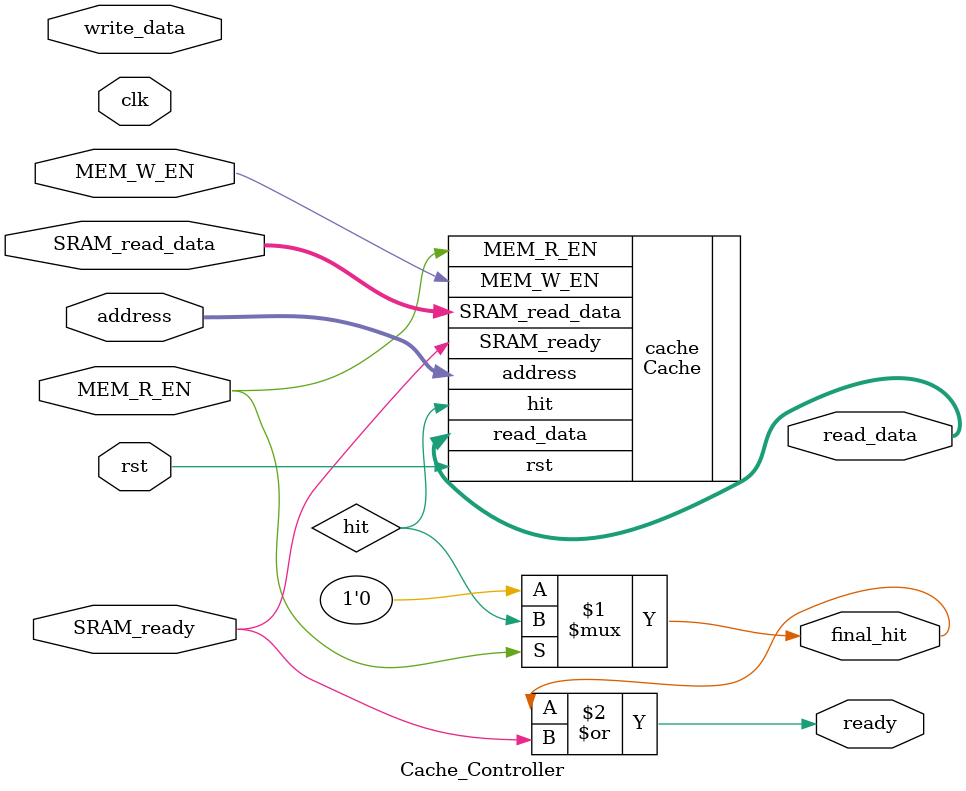
<source format=v>
module Cache_Controller (clk, rst, MEM_R_EN, MEM_W_EN, SRAM_ready, write_data, address, SRAM_read_data, ready, final_hit, read_data);
	input             clk;
	input             rst;
	
	// Memory Stage 
	input             MEM_R_EN;
	input             MEM_W_EN;
	input             SRAM_ready;
	input [31:0]      write_data;
	input [31:0]      address;
	input [63:0]      SRAM_read_data;

	output            ready;
	output            final_hit;	
	output [31:0]     read_data;

	wire hit;
	  
	Cache cache (
		.rst(rst),
		.MEM_R_EN(MEM_R_EN),
		.MEM_W_EN(MEM_W_EN),
		.SRAM_ready(SRAM_ready),
		.address(address),
		.SRAM_read_data(SRAM_read_data),
		.read_data(read_data),
		.hit(hit)
	);
  
  	assign final_hit = (MEM_R_EN) ? hit : 1'b0;

    assign ready = final_hit | SRAM_ready;

endmodule


</source>
